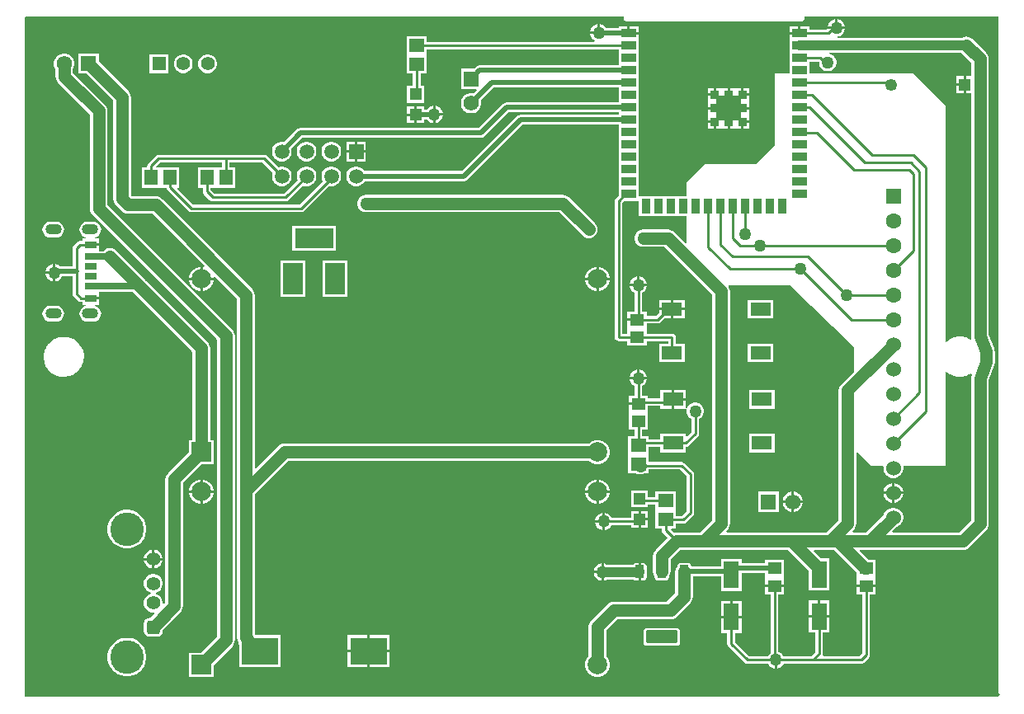
<source format=gbr>
G04*
G04 #@! TF.GenerationSoftware,Altium Limited,Altium Designer,24.1.2 (44)*
G04*
G04 Layer_Physical_Order=2*
G04 Layer_Color=16711680*
%FSLAX44Y44*%
%MOMM*%
G71*
G04*
G04 #@! TF.SameCoordinates,98FF00E1-DB16-4AB4-99D8-1D2B7C447DA4*
G04*
G04*
G04 #@! TF.FilePolarity,Positive*
G04*
G01*
G75*
%ADD12C,0.2540*%
%ADD18C,1.2500*%
%ADD19R,1.2500X1.2500*%
%ADD20C,1.4000*%
%ADD21R,1.4000X1.4000*%
G04:AMPARAMS|DCode=22|XSize=1.1mm|YSize=1.7mm|CornerRadius=0.55mm|HoleSize=0mm|Usage=FLASHONLY|Rotation=90.000|XOffset=0mm|YOffset=0mm|HoleType=Round|Shape=RoundedRectangle|*
%AMROUNDEDRECTD22*
21,1,1.1000,0.6000,0,0,90.0*
21,1,0.0000,1.7000,0,0,90.0*
1,1,1.1000,0.3000,0.0000*
1,1,1.1000,0.3000,0.0000*
1,1,1.1000,-0.3000,0.0000*
1,1,1.1000,-0.3000,0.0000*
%
%ADD22ROUNDEDRECTD22*%
%ADD33C,1.2700*%
%ADD36R,2.5400X2.5400*%
%ADD37C,1.5080*%
%ADD38R,1.5080X1.5080*%
%ADD39C,1.5750*%
%ADD40R,1.5750X1.5750*%
%ADD41C,1.5240*%
%ADD42R,1.6050X1.6050*%
%ADD43C,1.6050*%
%ADD44C,2.0000*%
%ADD45R,2.0000X2.0000*%
%ADD46C,1.4200*%
G04:AMPARAMS|DCode=47|XSize=1.42mm|YSize=1.42mm|CornerRadius=0.355mm|HoleSize=0mm|Usage=FLASHONLY|Rotation=90.000|XOffset=0mm|YOffset=0mm|HoleType=Round|Shape=RoundedRectangle|*
%AMROUNDEDRECTD47*
21,1,1.4200,0.7100,0,0,90.0*
21,1,0.7100,1.4200,0,0,90.0*
1,1,0.7100,0.3550,0.3550*
1,1,0.7100,0.3550,-0.3550*
1,1,0.7100,-0.3550,-0.3550*
1,1,0.7100,-0.3550,0.3550*
%
%ADD47ROUNDEDRECTD47*%
%ADD48C,3.4500*%
%ADD49R,2.0000X3.2380*%
%ADD50R,4.0000X2.0000*%
%ADD51R,3.7460X2.7968*%
%ADD52R,3.7338X2.7965*%
%ADD53R,1.5750X1.5750*%
%ADD54C,1.2700*%
%ADD55R,0.9000X0.9000*%
%ADD56R,0.9000X1.5000*%
%ADD57R,1.5000X0.9000*%
G04:AMPARAMS|DCode=58|XSize=1.31mm|YSize=3.24mm|CornerRadius=0.0983mm|HoleSize=0mm|Usage=FLASHONLY|Rotation=270.000|XOffset=0mm|YOffset=0mm|HoleType=Round|Shape=RoundedRectangle|*
%AMROUNDEDRECTD58*
21,1,1.3100,3.0435,0,0,270.0*
21,1,1.1135,3.2400,0,0,270.0*
1,1,0.1965,-1.5218,-0.5568*
1,1,0.1965,-1.5218,0.5568*
1,1,0.1965,1.5218,0.5568*
1,1,0.1965,1.5218,-0.5568*
%
%ADD58ROUNDEDRECTD58*%
G04:AMPARAMS|DCode=59|XSize=1.31mm|YSize=0.93mm|CornerRadius=0.0698mm|HoleSize=0mm|Usage=FLASHONLY|Rotation=270.000|XOffset=0mm|YOffset=0mm|HoleType=Round|Shape=RoundedRectangle|*
%AMROUNDEDRECTD59*
21,1,1.3100,0.7905,0,0,270.0*
21,1,1.1705,0.9300,0,0,270.0*
1,1,0.1395,-0.3953,-0.5853*
1,1,0.1395,-0.3953,0.5853*
1,1,0.1395,0.3953,0.5853*
1,1,0.1395,0.3953,-0.5853*
%
%ADD59ROUNDEDRECTD59*%
%ADD60R,1.5562X1.3549*%
%ADD61R,1.2000X0.7000*%
%ADD62R,1.2000X0.7600*%
%ADD63R,1.2000X0.8000*%
%ADD64R,2.1000X1.4000*%
%ADD65R,1.2000X1.2000*%
%ADD66R,1.4700X1.1900*%
%ADD67R,1.6000X2.8000*%
%ADD68R,1.3549X1.5562*%
%ADD69C,0.6350*%
%ADD70C,1.0160*%
%ADD71C,0.5080*%
G36*
X499110Y-345440D02*
X500380Y-346710D01*
X497840Y-349250D01*
X-500380D01*
Y347980D01*
X-499110Y349250D01*
X114630D01*
Y347370D01*
X114827Y346379D01*
X115389Y345539D01*
X116229Y344977D01*
X117220Y344780D01*
X297220D01*
X298211Y344977D01*
X299051Y345539D01*
X299613Y346379D01*
X299810Y347370D01*
Y349250D01*
X499110D01*
Y-345440D01*
D02*
G37*
%LPC*%
G36*
X334010Y346683D02*
Y339090D01*
X341603D01*
X341024Y341251D01*
X339854Y343279D01*
X338199Y344934D01*
X336171Y346104D01*
X334010Y346683D01*
D02*
G37*
G36*
X331470D02*
X329309Y346104D01*
X327281Y344934D01*
X325626Y343279D01*
X324456Y341251D01*
X323877Y339090D01*
X331470D01*
Y346683D01*
D02*
G37*
G36*
X87630Y341603D02*
X85469Y341024D01*
X83441Y339854D01*
X81786Y338199D01*
X80616Y336171D01*
X80037Y334010D01*
X87630D01*
Y341603D01*
D02*
G37*
G36*
X129760Y339510D02*
X120990D01*
Y333740D01*
X129760D01*
Y339510D01*
D02*
G37*
G36*
X293450D02*
X284680D01*
Y333740D01*
X293450D01*
Y339510D01*
D02*
G37*
G36*
X90170Y341603D02*
Y332740D01*
X88900D01*
Y331470D01*
X80037D01*
X80616Y329309D01*
X81786Y327281D01*
X83441Y325626D01*
X84657Y324925D01*
X84316Y323655D01*
X-87469D01*
Y328951D01*
X-108111D01*
Y310708D01*
X-108111Y309438D01*
X-108111Y309052D01*
Y290809D01*
X-101675D01*
Y278120D01*
X-107600D01*
Y261040D01*
X-90520D01*
Y278120D01*
X-93905D01*
Y290809D01*
X-87469D01*
Y309052D01*
X-87469Y310322D01*
X-87469Y310708D01*
Y315885D01*
X109680D01*
Y312730D01*
Y299550D01*
X-33260D01*
X-35242Y299155D01*
X-36923Y298032D01*
X-38990Y295965D01*
X-52495D01*
Y275135D01*
X-36479D01*
X-35993Y273962D01*
X-39353Y270602D01*
X-40709Y270965D01*
X-43451D01*
X-46100Y270255D01*
X-48475Y268884D01*
X-50414Y266945D01*
X-51785Y264570D01*
X-52495Y261921D01*
Y259179D01*
X-51785Y256530D01*
X-50414Y254155D01*
X-48475Y252216D01*
X-46100Y250845D01*
X-43451Y250135D01*
X-40709D01*
X-38060Y250845D01*
X-35685Y252216D01*
X-33746Y254155D01*
X-32375Y256530D01*
X-31665Y259179D01*
Y261921D01*
X-32028Y263277D01*
X-18815Y276490D01*
X109680D01*
Y261450D01*
X-5620D01*
X-7602Y261055D01*
X-9283Y259932D01*
X-34165Y235049D01*
X-217390D01*
X-217390Y235049D01*
X-219372Y234655D01*
X-221052Y233533D01*
X-233767Y220818D01*
X-234893Y221120D01*
X-237547D01*
X-240111Y220433D01*
X-242409Y219106D01*
X-244286Y217229D01*
X-245613Y214931D01*
X-246300Y212367D01*
Y209713D01*
X-245613Y207149D01*
X-244286Y204851D01*
X-242409Y202974D01*
X-240111Y201647D01*
X-237547Y200960D01*
X-234893D01*
X-232329Y201647D01*
X-230031Y202974D01*
X-228154Y204851D01*
X-226827Y207149D01*
X-226140Y209713D01*
Y212367D01*
X-226442Y213493D01*
X-215245Y224690D01*
X-32020D01*
X-30038Y225085D01*
X-28358Y226208D01*
X-3475Y251091D01*
X109680D01*
Y248750D01*
X8620D01*
X8620Y248750D01*
X6638Y248355D01*
X4958Y247232D01*
X-51455Y190819D01*
X-151371D01*
X-151954Y191829D01*
X-153831Y193706D01*
X-156129Y195033D01*
X-158693Y195720D01*
X-161347D01*
X-163911Y195033D01*
X-166209Y193706D01*
X-168086Y191829D01*
X-169413Y189531D01*
X-170100Y186967D01*
Y184313D01*
X-169413Y181749D01*
X-168086Y179451D01*
X-166209Y177574D01*
X-163911Y176247D01*
X-161347Y175560D01*
X-158693D01*
X-156129Y176247D01*
X-153831Y177574D01*
X-151954Y179451D01*
X-151371Y180460D01*
X-49310D01*
X-47328Y180855D01*
X-45648Y181978D01*
X10765Y238391D01*
X109680D01*
Y223830D01*
Y211130D01*
Y198430D01*
Y185730D01*
Y173030D01*
Y165824D01*
X106473Y162617D01*
X105631Y161357D01*
X105335Y159870D01*
Y20110D01*
X105631Y18623D01*
X106473Y17363D01*
X107733Y16521D01*
X109220Y16225D01*
X118380D01*
Y11620D01*
X138160D01*
Y16225D01*
X160165D01*
Y13710D01*
X151010D01*
Y-5370D01*
X177090D01*
Y13710D01*
X167935D01*
Y20110D01*
X167639Y21597D01*
X166797Y22857D01*
X165537Y23699D01*
X164050Y23995D01*
X138160D01*
Y28550D01*
X138160Y28600D01*
Y29820D01*
X138160Y29870D01*
Y34425D01*
X149690D01*
X151177Y34721D01*
X152437Y35563D01*
X156504Y39630D01*
X162780D01*
Y47900D01*
X151010D01*
Y45124D01*
X148081Y42195D01*
X138160D01*
Y46800D01*
X133425D01*
Y65637D01*
X134999Y66546D01*
X136654Y68201D01*
X137824Y70229D01*
X138403Y72390D01*
X120677D01*
X121256Y70229D01*
X122426Y68201D01*
X124081Y66546D01*
X125655Y65637D01*
Y46800D01*
X118380D01*
Y39580D01*
X128270D01*
Y37040D01*
X118380D01*
Y29870D01*
X118380Y29820D01*
Y28600D01*
X118380Y28550D01*
Y23995D01*
X113105D01*
Y158261D01*
X115174Y160330D01*
X129060D01*
X129760Y160330D01*
X130330Y159296D01*
Y144830D01*
X179070D01*
Y117210D01*
X177897Y116724D01*
X166360Y128260D01*
X164503Y129685D01*
X162341Y130581D01*
X160020Y130887D01*
X134620D01*
X134037Y130810D01*
X133450D01*
X132882Y130658D01*
X132299Y130581D01*
X131756Y130356D01*
X131189Y130204D01*
X130680Y129910D01*
X130137Y129685D01*
X129670Y129328D01*
X129161Y129034D01*
X128746Y128618D01*
X128280Y128260D01*
X127922Y127794D01*
X127506Y127379D01*
X127212Y126869D01*
X126855Y126403D01*
X126630Y125861D01*
X126336Y125351D01*
X126184Y124784D01*
X125959Y124241D01*
X125882Y123658D01*
X125730Y123090D01*
Y122503D01*
X125653Y121920D01*
X125730Y121337D01*
Y120750D01*
X125882Y120182D01*
X125959Y119599D01*
X126184Y119056D01*
X126336Y118489D01*
X126630Y117979D01*
X126855Y117437D01*
X127212Y116971D01*
X127506Y116461D01*
X127922Y116046D01*
X128280Y115580D01*
X128746Y115222D01*
X129161Y114806D01*
X129670Y114512D01*
X130137Y114155D01*
X130680Y113930D01*
X131189Y113636D01*
X131756Y113484D01*
X132299Y113259D01*
X132882Y113182D01*
X133450Y113030D01*
X134037D01*
X134620Y112953D01*
X156306D01*
X205663Y63596D01*
Y-167736D01*
X193136Y-180263D01*
X168910D01*
X166589Y-180569D01*
X165991Y-180817D01*
X162898Y-177724D01*
X163384Y-176551D01*
X167801D01*
Y-171121D01*
X175664D01*
X177150Y-170825D01*
X178410Y-169983D01*
X185627Y-162767D01*
X186469Y-161507D01*
X186765Y-160020D01*
Y-120650D01*
X186469Y-119163D01*
X185627Y-117903D01*
X176737Y-109013D01*
X175477Y-108171D01*
X173990Y-107875D01*
X139861D01*
Y-101158D01*
X139861Y-99888D01*
X139861Y-99502D01*
Y-92425D01*
X152280D01*
Y-98080D01*
X178360D01*
Y-92385D01*
X179647Y-92129D01*
X180907Y-91287D01*
X190707Y-81487D01*
X191549Y-80227D01*
X191845Y-78740D01*
Y-63903D01*
X193419Y-62994D01*
X195074Y-61339D01*
X196244Y-59311D01*
X196850Y-57050D01*
Y-54710D01*
X196244Y-52449D01*
X195074Y-50421D01*
X193419Y-48766D01*
X191391Y-47596D01*
X189130Y-46990D01*
X186790D01*
X184529Y-47596D01*
X182501Y-48766D01*
X180846Y-50421D01*
X179676Y-52449D01*
X179630Y-52620D01*
X178360Y-52452D01*
X178360Y-51910D01*
X178360Y-51910D01*
X178360Y-51880D01*
Y-44810D01*
X166590D01*
Y-53080D01*
X177313D01*
X178192Y-53080D01*
X179174Y-53841D01*
Y-53841D01*
X179174Y-53841D01*
X179070Y-54710D01*
X179070Y-55018D01*
Y-57050D01*
X179676Y-59311D01*
X180846Y-61339D01*
X182501Y-62994D01*
X184075Y-63903D01*
Y-77131D01*
X179533Y-81673D01*
X178360Y-81187D01*
Y-79000D01*
X152280D01*
Y-84655D01*
X139861D01*
Y-81259D01*
X133425D01*
Y-74740D01*
X139430D01*
Y-57810D01*
X139430Y-57760D01*
Y-56540D01*
X139430Y-56490D01*
Y-50455D01*
X152280D01*
Y-53080D01*
X164050D01*
Y-43540D01*
Y-34000D01*
X152280D01*
Y-42685D01*
X139430D01*
Y-39560D01*
X133425D01*
Y-29822D01*
X134999Y-28914D01*
X136654Y-27259D01*
X137824Y-25231D01*
X138403Y-23070D01*
X120677D01*
X121256Y-25231D01*
X122426Y-27259D01*
X124081Y-28914D01*
X125655Y-29822D01*
Y-39560D01*
X119650D01*
Y-46780D01*
X129540D01*
Y-49320D01*
X119650D01*
Y-56490D01*
X119650Y-56540D01*
Y-57760D01*
X119650Y-57810D01*
Y-74740D01*
X125655D01*
Y-81259D01*
X119219D01*
Y-99502D01*
X119219Y-100772D01*
X119219Y-101158D01*
Y-119401D01*
X126568D01*
X126730Y-119525D01*
X128893Y-120421D01*
X131214Y-120727D01*
X133534Y-120421D01*
X135697Y-119525D01*
X135859Y-119401D01*
X139861D01*
Y-115645D01*
X172381D01*
X178995Y-122259D01*
Y-158411D01*
X174054Y-163352D01*
X167801D01*
Y-158308D01*
X167801Y-157038D01*
X167801Y-156652D01*
Y-138409D01*
X147159D01*
Y-143839D01*
X139350D01*
Y-137170D01*
X122270D01*
Y-154250D01*
X139350D01*
Y-151608D01*
X147159D01*
Y-156652D01*
X147159Y-157922D01*
X147159Y-158308D01*
Y-176551D01*
X153595D01*
Y-177800D01*
X153891Y-179287D01*
X154733Y-180547D01*
X159823Y-185636D01*
X147330Y-198130D01*
X145905Y-199987D01*
X145009Y-202149D01*
X144703Y-204470D01*
Y-220550D01*
X145009Y-222871D01*
X145905Y-225033D01*
X146417Y-225701D01*
Y-226402D01*
X146668Y-227666D01*
X147383Y-228737D01*
X148454Y-229452D01*
X149718Y-229703D01*
X157622D01*
X158886Y-229452D01*
X159957Y-228737D01*
X160672Y-227666D01*
X160923Y-226402D01*
Y-225701D01*
X161435Y-225033D01*
X162331Y-222871D01*
X162637Y-220550D01*
Y-208184D01*
X172624Y-198197D01*
X282956D01*
X304420Y-219661D01*
Y-240060D01*
X325500D01*
Y-206980D01*
X317101D01*
X309491Y-199370D01*
X309977Y-198197D01*
X330166D01*
X353330Y-221361D01*
Y-225610D01*
X353330Y-225660D01*
Y-226880D01*
X353330Y-226930D01*
Y-234100D01*
X363220D01*
X373110D01*
Y-226930D01*
X373110Y-226880D01*
Y-225660D01*
X373110Y-225610D01*
Y-208680D01*
X366011D01*
X356701Y-199370D01*
X357187Y-198197D01*
X462280D01*
X464601Y-197891D01*
X466763Y-196995D01*
X468620Y-195570D01*
X486400Y-177791D01*
X486400Y-177790D01*
X487825Y-175933D01*
X488721Y-173771D01*
X489027Y-171450D01*
X489027Y-23860D01*
X494739Y-8445D01*
X494833Y-8037D01*
X494993Y-7650D01*
X495092Y-6900D01*
X495260Y-6163D01*
X495244Y-5745D01*
X495298Y-5329D01*
Y5581D01*
X495223Y6156D01*
X495224Y6736D01*
X495070Y7311D01*
X494993Y7902D01*
X494771Y8438D01*
X494622Y8998D01*
X489027Y22572D01*
X489027Y26057D01*
Y306070D01*
X488721Y308391D01*
X487825Y310553D01*
X486400Y312410D01*
X472430Y326380D01*
X470573Y327805D01*
X468411Y328701D01*
X466090Y329007D01*
X463769Y328701D01*
X461607Y327805D01*
X461503Y327726D01*
X334323D01*
X334156Y328996D01*
X336171Y329536D01*
X338199Y330706D01*
X339854Y332361D01*
X341024Y334389D01*
X341603Y336550D01*
X323227D01*
X323032Y336355D01*
X304760D01*
Y339510D01*
X295990D01*
Y332470D01*
X294720D01*
Y331200D01*
X284680D01*
Y325430D01*
Y312730D01*
Y300030D01*
Y290830D01*
X269240D01*
Y217170D01*
X250190Y198120D01*
X198120D01*
X179070Y179070D01*
Y164910D01*
X131030D01*
X130330Y164910D01*
X129760Y165944D01*
Y173030D01*
Y185730D01*
Y198430D01*
Y211130D01*
Y223830D01*
Y236530D01*
Y249230D01*
Y261930D01*
Y274630D01*
Y287330D01*
Y300030D01*
Y312730D01*
Y325430D01*
Y331200D01*
X119720D01*
Y332470D01*
X118450D01*
Y339510D01*
X109680D01*
Y337785D01*
X96253D01*
X96014Y338199D01*
X94359Y339854D01*
X92331Y341024D01*
X90170Y341603D01*
D02*
G37*
G36*
X-311164Y310530D02*
X-313676D01*
X-316102Y309880D01*
X-318278Y308624D01*
X-320054Y306848D01*
X-321310Y304672D01*
X-321960Y302246D01*
Y299734D01*
X-321310Y297308D01*
X-320054Y295132D01*
X-318278Y293356D01*
X-316102Y292100D01*
X-313676Y291450D01*
X-311164D01*
X-308738Y292100D01*
X-306562Y293356D01*
X-304786Y295132D01*
X-303530Y297308D01*
X-302880Y299734D01*
Y302246D01*
X-303530Y304672D01*
X-304786Y306848D01*
X-306562Y308624D01*
X-308738Y309880D01*
X-311164Y310530D01*
D02*
G37*
G36*
X-336164D02*
X-338676D01*
X-341102Y309880D01*
X-343278Y308624D01*
X-345054Y306848D01*
X-346310Y304672D01*
X-346960Y302246D01*
Y299734D01*
X-346310Y297308D01*
X-345054Y295132D01*
X-343278Y293356D01*
X-341102Y292100D01*
X-338676Y291450D01*
X-336164D01*
X-333738Y292100D01*
X-331562Y293356D01*
X-329786Y295132D01*
X-328530Y297308D01*
X-327880Y299734D01*
Y302246D01*
X-328530Y304672D01*
X-329786Y306848D01*
X-331562Y308624D01*
X-333738Y309880D01*
X-336164Y310530D01*
D02*
G37*
G36*
X-352880D02*
X-371960D01*
Y291450D01*
X-352880D01*
Y310530D01*
D02*
G37*
G36*
X243260Y276310D02*
X237490D01*
Y270540D01*
X243260D01*
Y276310D01*
D02*
G37*
G36*
X206950D02*
X201180D01*
Y270540D01*
X206950D01*
Y276310D01*
D02*
G37*
G36*
X234950D02*
X223490D01*
Y269270D01*
X220950D01*
Y276310D01*
X209490D01*
Y269270D01*
X208220D01*
Y268000D01*
X201180D01*
Y262230D01*
Y256540D01*
X208220D01*
Y254000D01*
X201180D01*
Y248230D01*
Y242540D01*
X208220D01*
Y241270D01*
X209490D01*
Y234230D01*
X220950D01*
Y241270D01*
X223490D01*
Y234230D01*
X234950D01*
Y241270D01*
X236220D01*
Y242540D01*
X243260D01*
Y248230D01*
Y254000D01*
X236220D01*
Y256540D01*
X243260D01*
Y262230D01*
Y268000D01*
X236220D01*
Y269270D01*
X234950D01*
Y276310D01*
D02*
G37*
G36*
X-81280Y257783D02*
X-83441Y257204D01*
X-85469Y256034D01*
X-87124Y254379D01*
X-87383Y253930D01*
X-90520D01*
Y257120D01*
X-97790D01*
Y248580D01*
Y240040D01*
X-90520D01*
Y243570D01*
X-87187D01*
X-87124Y243461D01*
X-85469Y241806D01*
X-83441Y240636D01*
X-81280Y240057D01*
Y248920D01*
Y257783D01*
D02*
G37*
G36*
X-78740D02*
Y250190D01*
X-71147D01*
X-71726Y252351D01*
X-72896Y254379D01*
X-74551Y256034D01*
X-76579Y257204D01*
X-78740Y257783D01*
D02*
G37*
G36*
X-100330Y257120D02*
X-107600D01*
Y249850D01*
X-100330D01*
Y257120D01*
D02*
G37*
G36*
X-71147Y247650D02*
X-78740D01*
Y240057D01*
X-76579Y240636D01*
X-74551Y241806D01*
X-72896Y243461D01*
X-71726Y245489D01*
X-71147Y247650D01*
D02*
G37*
G36*
X-100330Y247310D02*
X-107600D01*
Y240040D01*
X-100330D01*
Y247310D01*
D02*
G37*
G36*
X243260Y240000D02*
X237490D01*
Y234230D01*
X243260D01*
Y240000D01*
D02*
G37*
G36*
X206950D02*
X201180D01*
Y234230D01*
X206950D01*
Y240000D01*
D02*
G37*
G36*
X-149940Y221120D02*
X-158750D01*
Y212310D01*
X-149940D01*
Y221120D01*
D02*
G37*
G36*
X-161290D02*
X-170100D01*
Y212310D01*
X-161290D01*
Y221120D01*
D02*
G37*
G36*
X-149940Y209770D02*
X-158750D01*
Y200960D01*
X-149940D01*
Y209770D01*
D02*
G37*
G36*
X-161290D02*
X-170100D01*
Y200960D01*
X-161290D01*
Y209770D01*
D02*
G37*
G36*
X-184093Y221120D02*
X-186747D01*
X-189311Y220433D01*
X-191609Y219106D01*
X-193486Y217229D01*
X-194813Y214931D01*
X-195500Y212367D01*
Y209713D01*
X-194813Y207149D01*
X-193486Y204851D01*
X-191609Y202974D01*
X-189311Y201647D01*
X-186747Y200960D01*
X-184093D01*
X-181529Y201647D01*
X-179231Y202974D01*
X-177354Y204851D01*
X-176027Y207149D01*
X-175340Y209713D01*
Y212367D01*
X-176027Y214931D01*
X-177354Y217229D01*
X-179231Y219106D01*
X-181529Y220433D01*
X-184093Y221120D01*
D02*
G37*
G36*
X-209493D02*
X-212147D01*
X-214711Y220433D01*
X-217009Y219106D01*
X-218886Y217229D01*
X-220213Y214931D01*
X-220900Y212367D01*
Y209713D01*
X-220213Y207149D01*
X-218886Y204851D01*
X-217009Y202974D01*
X-214711Y201647D01*
X-212147Y200960D01*
X-209493D01*
X-206929Y201647D01*
X-204631Y202974D01*
X-202754Y204851D01*
X-201427Y207149D01*
X-200740Y209713D01*
Y212367D01*
X-201427Y214931D01*
X-202754Y217229D01*
X-204631Y219106D01*
X-206929Y220433D01*
X-209493Y221120D01*
D02*
G37*
G36*
X-254184Y207488D02*
X-362817D01*
X-364303Y207192D01*
X-365563Y206350D01*
X-373183Y198730D01*
X-374025Y197470D01*
X-374321Y195984D01*
Y194471D01*
X-379751D01*
Y173829D01*
X-361508D01*
X-360238Y173829D01*
X-359852Y173829D01*
X-354418D01*
X-354166Y172560D01*
X-353324Y171300D01*
X-331677Y149653D01*
X-330417Y148811D01*
X-328930Y148515D01*
X-216336D01*
X-214849Y148811D01*
X-213589Y149653D01*
X-187484Y175758D01*
X-186747Y175560D01*
X-184093D01*
X-181529Y176247D01*
X-179231Y177574D01*
X-177354Y179451D01*
X-176027Y181749D01*
X-175340Y184313D01*
Y186967D01*
X-176027Y189531D01*
X-177354Y191829D01*
X-179231Y193706D01*
X-181529Y195033D01*
X-184093Y195720D01*
X-186747D01*
X-189311Y195033D01*
X-191609Y193706D01*
X-193486Y191829D01*
X-194813Y189531D01*
X-195500Y186967D01*
Y184313D01*
X-194813Y181749D01*
X-193959Y180270D01*
X-217945Y156285D01*
X-327321D01*
X-343692Y172656D01*
X-343206Y173829D01*
X-341609D01*
Y194471D01*
X-359852D01*
X-361122Y194471D01*
X-361508Y194471D01*
X-364796D01*
X-365282Y195644D01*
X-361207Y199719D01*
X-297658D01*
Y194471D01*
X-302702D01*
X-303972Y194471D01*
X-304358Y194471D01*
X-322601D01*
Y173829D01*
X-317171D01*
Y169776D01*
X-316875Y168290D01*
X-316033Y167030D01*
X-310087Y161083D01*
X-308827Y160241D01*
X-307340Y159945D01*
X-232410D01*
X-230923Y160241D01*
X-229663Y161083D01*
X-214544Y176202D01*
X-212147Y175560D01*
X-209493D01*
X-206929Y176247D01*
X-204631Y177574D01*
X-202754Y179451D01*
X-201427Y181749D01*
X-200740Y184313D01*
Y186967D01*
X-201427Y189531D01*
X-202754Y191829D01*
X-204631Y193706D01*
X-206929Y195033D01*
X-209493Y195720D01*
X-212147D01*
X-214711Y195033D01*
X-217009Y193706D01*
X-218886Y191829D01*
X-220213Y189531D01*
X-220900Y186967D01*
Y184313D01*
X-220213Y181749D01*
X-220129Y181604D01*
X-234019Y167715D01*
X-305731D01*
X-309402Y171386D01*
Y173829D01*
X-304358D01*
X-303088Y173829D01*
X-302702Y173829D01*
X-284459D01*
Y194471D01*
X-289889D01*
Y199719D01*
X-255793D01*
X-245610Y189536D01*
X-245613Y189531D01*
X-246300Y186967D01*
Y184313D01*
X-245613Y181749D01*
X-244286Y179451D01*
X-242409Y177574D01*
X-240111Y176247D01*
X-237547Y175560D01*
X-234893D01*
X-232329Y176247D01*
X-230031Y177574D01*
X-228154Y179451D01*
X-226827Y181749D01*
X-226140Y184313D01*
Y186967D01*
X-226827Y189531D01*
X-228154Y191829D01*
X-230031Y193706D01*
X-232329Y195033D01*
X-234893Y195720D01*
X-237547D01*
X-240111Y195033D01*
X-240116Y195030D01*
X-251437Y206350D01*
X-252697Y207192D01*
X-254184Y207488D01*
D02*
G37*
G36*
X-467780Y138939D02*
X-473780D01*
X-475879Y138663D01*
X-477835Y137853D01*
X-479514Y136564D01*
X-480803Y134885D01*
X-481613Y132929D01*
X-481889Y130830D01*
X-481613Y128731D01*
X-480803Y126775D01*
X-479514Y125096D01*
X-477835Y123807D01*
X-475879Y122997D01*
X-473780Y122721D01*
X-467780D01*
X-465681Y122997D01*
X-463725Y123807D01*
X-462046Y125096D01*
X-460757Y126775D01*
X-459947Y128731D01*
X-459671Y130830D01*
X-459947Y132929D01*
X-460757Y134885D01*
X-462046Y136564D01*
X-463725Y137853D01*
X-465681Y138663D01*
X-467780Y138939D01*
D02*
G37*
G36*
X52070Y166447D02*
X-149860D01*
X-150443Y166370D01*
X-151030D01*
X-151598Y166218D01*
X-152181Y166141D01*
X-152724Y165916D01*
X-153291Y165764D01*
X-153800Y165470D01*
X-154343Y165245D01*
X-154810Y164888D01*
X-155319Y164594D01*
X-155734Y164178D01*
X-156200Y163820D01*
X-156558Y163354D01*
X-156974Y162939D01*
X-157268Y162430D01*
X-157625Y161963D01*
X-157850Y161420D01*
X-158144Y160911D01*
X-158296Y160344D01*
X-158521Y159801D01*
X-158598Y159218D01*
X-158750Y158650D01*
Y158063D01*
X-158827Y157480D01*
X-158750Y156897D01*
Y156310D01*
X-158598Y155742D01*
X-158521Y155159D01*
X-158296Y154616D01*
X-158144Y154049D01*
X-157850Y153539D01*
X-157625Y152997D01*
X-157268Y152530D01*
X-156974Y152021D01*
X-156558Y151606D01*
X-156200Y151140D01*
X-155734Y150782D01*
X-155319Y150366D01*
X-154810Y150072D01*
X-154343Y149715D01*
X-153800Y149490D01*
X-153291Y149196D01*
X-152724Y149044D01*
X-152181Y148819D01*
X-151598Y148742D01*
X-151030Y148590D01*
X-150443D01*
X-149860Y148513D01*
X48356D01*
X72400Y124470D01*
X72866Y124112D01*
X73281Y123696D01*
X73790Y123402D01*
X74257Y123045D01*
X74799Y122820D01*
X75309Y122526D01*
X75876Y122374D01*
X76419Y122149D01*
X77002Y122072D01*
X77570Y121920D01*
X78157D01*
X78740Y121843D01*
X79323Y121920D01*
X79910D01*
X80478Y122072D01*
X81061Y122149D01*
X81604Y122374D01*
X82171Y122526D01*
X82681Y122820D01*
X83223Y123045D01*
X83689Y123402D01*
X84199Y123696D01*
X84614Y124112D01*
X85080Y124470D01*
X85438Y124936D01*
X85854Y125351D01*
X86148Y125861D01*
X86505Y126327D01*
X86730Y126869D01*
X87024Y127379D01*
X87176Y127946D01*
X87401Y128489D01*
X87478Y129072D01*
X87630Y129640D01*
Y130227D01*
X87707Y130810D01*
X87630Y131393D01*
Y131980D01*
X87478Y132548D01*
X87401Y133131D01*
X87176Y133674D01*
X87024Y134241D01*
X86730Y134750D01*
X86505Y135293D01*
X86148Y135759D01*
X85854Y136269D01*
X85438Y136684D01*
X85080Y137150D01*
X58410Y163820D01*
X56553Y165245D01*
X54391Y166141D01*
X52070Y166447D01*
D02*
G37*
G36*
X-180660Y134460D02*
X-225740D01*
Y109380D01*
X-180660D01*
Y134460D01*
D02*
G37*
G36*
X-429780Y138939D02*
X-435780D01*
X-437879Y138663D01*
X-439835Y137853D01*
X-441514Y136564D01*
X-442803Y134885D01*
X-443613Y132929D01*
X-443889Y130830D01*
X-443613Y128731D01*
X-442803Y126775D01*
X-441514Y125096D01*
X-439835Y123807D01*
X-437879Y122997D01*
X-437446Y122940D01*
X-437529Y121670D01*
X-440520D01*
Y119015D01*
X-443670D01*
X-445157Y118719D01*
X-446417Y117877D01*
X-449787Y114507D01*
X-450629Y113247D01*
X-450925Y111760D01*
Y92809D01*
X-463777D01*
X-464441Y93474D01*
X-466469Y94644D01*
X-468630Y95223D01*
Y86360D01*
Y77497D01*
X-466469Y78076D01*
X-464441Y79246D01*
X-462786Y80901D01*
X-461892Y82451D01*
X-450925D01*
Y64770D01*
X-450629Y63283D01*
X-449787Y62023D01*
X-445147Y57383D01*
X-443887Y56541D01*
X-442400Y56245D01*
X-440520D01*
Y53590D01*
X-437529D01*
X-437446Y52320D01*
X-437879Y52263D01*
X-439835Y51453D01*
X-441514Y50164D01*
X-442803Y48485D01*
X-443613Y46529D01*
X-443889Y44430D01*
X-443613Y42331D01*
X-442803Y40375D01*
X-441514Y38696D01*
X-439835Y37407D01*
X-437879Y36597D01*
X-435780Y36321D01*
X-429780D01*
X-427681Y36597D01*
X-425725Y37407D01*
X-424046Y38696D01*
X-422757Y40375D01*
X-421947Y42331D01*
X-421671Y44430D01*
X-421947Y46529D01*
X-422757Y48485D01*
X-424046Y50164D01*
X-425725Y51453D01*
X-427681Y52263D01*
X-428114Y52320D01*
X-428031Y53590D01*
X-423440D01*
Y58860D01*
X-431980D01*
Y61400D01*
X-423440D01*
Y66603D01*
X-389164D01*
X-388651Y66090D01*
X-388650Y66090D01*
X-327737Y5176D01*
Y-85250D01*
X-331310D01*
Y-97649D01*
X-353050Y-119390D01*
X-354475Y-121247D01*
X-355371Y-123409D01*
X-355677Y-125730D01*
Y-252476D01*
X-357279Y-254078D01*
X-358450Y-253453D01*
Y-251301D01*
X-359107Y-248849D01*
X-360376Y-246651D01*
X-362171Y-244856D01*
X-364369Y-243587D01*
X-365711Y-243227D01*
Y-241913D01*
X-364369Y-241553D01*
X-362171Y-240284D01*
X-360376Y-238489D01*
X-359107Y-236291D01*
X-358450Y-233839D01*
Y-231301D01*
X-359107Y-228849D01*
X-360376Y-226651D01*
X-362171Y-224856D01*
X-364369Y-223587D01*
X-366821Y-222930D01*
X-369359D01*
X-371811Y-223587D01*
X-374009Y-224856D01*
X-375804Y-226651D01*
X-377073Y-228849D01*
X-377730Y-231301D01*
Y-233839D01*
X-377073Y-236291D01*
X-375804Y-238489D01*
X-374009Y-240284D01*
X-371811Y-241553D01*
X-370469Y-241913D01*
Y-243227D01*
X-371811Y-243587D01*
X-374009Y-244856D01*
X-375804Y-246651D01*
X-377073Y-248849D01*
X-377730Y-251301D01*
Y-253839D01*
X-377073Y-256291D01*
X-375804Y-258489D01*
X-374009Y-260284D01*
X-371811Y-261553D01*
X-369359Y-262210D01*
X-367207D01*
X-366582Y-263381D01*
X-371012Y-267811D01*
X-371640D01*
X-374016Y-268283D01*
X-376031Y-269629D01*
X-377377Y-271644D01*
X-377849Y-274020D01*
Y-281120D01*
X-377377Y-283496D01*
X-376031Y-285511D01*
X-374016Y-286857D01*
X-371640Y-287329D01*
X-364540D01*
X-362164Y-286857D01*
X-360149Y-285511D01*
X-358803Y-283496D01*
X-358331Y-281120D01*
Y-280492D01*
X-340370Y-262530D01*
X-338945Y-260673D01*
X-338049Y-258511D01*
X-337743Y-256190D01*
Y-129444D01*
X-318629Y-110330D01*
X-306230D01*
Y-85250D01*
X-309803D01*
Y8890D01*
X-310109Y11211D01*
X-311005Y13373D01*
X-312430Y15230D01*
X-375970Y78770D01*
X-375970Y78770D01*
X-406370Y109170D01*
X-408227Y110595D01*
X-410389Y111491D01*
X-412710Y111797D01*
X-415031Y111491D01*
X-417193Y110595D01*
X-419050Y109170D01*
X-419444Y108657D01*
X-423440D01*
Y113860D01*
X-431980D01*
Y116400D01*
X-423440D01*
Y121670D01*
X-428031D01*
X-428114Y122940D01*
X-427681Y122997D01*
X-425725Y123807D01*
X-424046Y125096D01*
X-422757Y126775D01*
X-421947Y128731D01*
X-421671Y130830D01*
X-421947Y132929D01*
X-422757Y134885D01*
X-424046Y136564D01*
X-425725Y137853D01*
X-427681Y138663D01*
X-429780Y138939D01*
D02*
G37*
G36*
X-424125Y311575D02*
X-444955D01*
Y290745D01*
X-436806D01*
X-409017Y262956D01*
Y162162D01*
X-408711Y159841D01*
X-407815Y157678D01*
X-406390Y155821D01*
X-400439Y149870D01*
X-398582Y148445D01*
X-396419Y147549D01*
X-394098Y147243D01*
X-369474D01*
X-315721Y93490D01*
X-316378Y92352D01*
X-317119Y92550D01*
X-317500D01*
Y81280D01*
X-306230D01*
Y81661D01*
X-306428Y82402D01*
X-305290Y83059D01*
X-282017Y59786D01*
Y-137160D01*
Y-288290D01*
X-281711Y-290611D01*
X-280815Y-292773D01*
X-280366Y-293359D01*
Y-294627D01*
X-280289Y-295210D01*
Y-318783D01*
X-237871D01*
Y-285737D01*
X-263518D01*
X-263634Y-285458D01*
X-264083Y-284872D01*
Y-140874D01*
X-229966Y-106757D01*
X78863D01*
X79930Y-107824D01*
X82790Y-109475D01*
X85979Y-110330D01*
X89281D01*
X92470Y-109475D01*
X95330Y-107824D01*
X97664Y-105490D01*
X99315Y-102630D01*
X100170Y-99441D01*
Y-96139D01*
X99315Y-92950D01*
X97664Y-90090D01*
X95330Y-87755D01*
X92470Y-86105D01*
X89281Y-85250D01*
X85979D01*
X82790Y-86105D01*
X79930Y-87755D01*
X78863Y-88823D01*
X-233680D01*
X-236001Y-89129D01*
X-238163Y-90025D01*
X-240020Y-91450D01*
X-262910Y-114339D01*
X-264083Y-113853D01*
Y63500D01*
X-264083Y63500D01*
X-264389Y65821D01*
X-265285Y67983D01*
X-266710Y69840D01*
X-266710Y69840D01*
X-359420Y162550D01*
X-361277Y163975D01*
X-363439Y164871D01*
X-365760Y165177D01*
X-390384D01*
X-391083Y165876D01*
Y266670D01*
X-391389Y268991D01*
X-392285Y271153D01*
X-393710Y273010D01*
X-424125Y303426D01*
Y311575D01*
D02*
G37*
G36*
X-471170Y95223D02*
X-473331Y94644D01*
X-475359Y93474D01*
X-477014Y91819D01*
X-478184Y89791D01*
X-478763Y87630D01*
X-471170D01*
Y95223D01*
D02*
G37*
G36*
X89281Y92550D02*
X88900D01*
Y81280D01*
X100170D01*
Y81661D01*
X99315Y84850D01*
X97664Y87710D01*
X95330Y90044D01*
X92470Y91695D01*
X89281Y92550D01*
D02*
G37*
G36*
X86360D02*
X85979D01*
X82790Y91695D01*
X79930Y90044D01*
X77596Y87710D01*
X75945Y84850D01*
X75090Y81661D01*
Y81280D01*
X86360D01*
Y92550D01*
D02*
G37*
G36*
X-320040D02*
X-320421D01*
X-323610Y91695D01*
X-326470Y90044D01*
X-328805Y87710D01*
X-330455Y84850D01*
X-331310Y81661D01*
Y81280D01*
X-320040D01*
Y92550D01*
D02*
G37*
G36*
X-471170Y85090D02*
X-478763D01*
X-478184Y82929D01*
X-477014Y80901D01*
X-475359Y79246D01*
X-473331Y78076D01*
X-471170Y77497D01*
Y85090D01*
D02*
G37*
G36*
X130810Y82523D02*
Y74930D01*
X138403D01*
X137824Y77091D01*
X136654Y79119D01*
X134999Y80774D01*
X132971Y81944D01*
X130810Y82523D01*
D02*
G37*
G36*
X128270D02*
X126109Y81944D01*
X124081Y80774D01*
X122426Y79119D01*
X121256Y77091D01*
X120677Y74930D01*
X128270D01*
Y82523D01*
D02*
G37*
G36*
X100170Y78740D02*
X88900D01*
Y67470D01*
X89281D01*
X92470Y68325D01*
X95330Y69976D01*
X97664Y72310D01*
X99315Y75170D01*
X100170Y78359D01*
Y78740D01*
D02*
G37*
G36*
X86360D02*
X75090D01*
Y78359D01*
X75945Y75170D01*
X77596Y72310D01*
X79930Y69976D01*
X82790Y68325D01*
X85979Y67470D01*
X86360D01*
Y78740D01*
D02*
G37*
G36*
X-306230D02*
X-317500D01*
Y67470D01*
X-317119D01*
X-313930Y68325D01*
X-311070Y69976D01*
X-308736Y72310D01*
X-307085Y75170D01*
X-306230Y78359D01*
Y78740D01*
D02*
G37*
G36*
X-320040D02*
X-331310D01*
Y78359D01*
X-330455Y75170D01*
X-328805Y72310D01*
X-326470Y69976D01*
X-323610Y68325D01*
X-320421Y67470D01*
X-320040D01*
Y78740D01*
D02*
G37*
G36*
X-169070Y98740D02*
X-194150D01*
Y61280D01*
X-169070D01*
Y98740D01*
D02*
G37*
G36*
X-212250D02*
X-237330D01*
Y61280D01*
X-212250D01*
Y98740D01*
D02*
G37*
G36*
X177090Y58710D02*
X165320D01*
Y50440D01*
X177090D01*
Y58710D01*
D02*
G37*
G36*
X162780D02*
X151010D01*
Y50440D01*
X162780D01*
Y58710D01*
D02*
G37*
G36*
X177090Y47900D02*
X165320D01*
Y39630D01*
X177090D01*
Y47900D01*
D02*
G37*
G36*
X-467780Y52539D02*
X-473780D01*
X-475879Y52263D01*
X-477835Y51453D01*
X-479514Y50164D01*
X-480803Y48485D01*
X-481613Y46529D01*
X-481889Y44430D01*
X-481613Y42331D01*
X-480803Y40375D01*
X-479514Y38696D01*
X-477835Y37407D01*
X-475879Y36597D01*
X-473780Y36321D01*
X-467780D01*
X-465681Y36597D01*
X-463725Y37407D01*
X-462046Y38696D01*
X-460757Y40375D01*
X-459947Y42331D01*
X-459671Y44430D01*
X-459947Y46529D01*
X-460757Y48485D01*
X-462046Y50164D01*
X-463725Y51453D01*
X-465681Y52263D01*
X-467780Y52539D01*
D02*
G37*
G36*
X-458223Y20629D02*
X-460000Y20629D01*
X-460001Y20629D01*
X-461777Y20629D01*
X-462027Y20579D01*
X-462282D01*
X-465767Y19886D01*
X-466003Y19789D01*
X-466253Y19739D01*
X-469536Y18379D01*
X-469748Y18237D01*
X-469983Y18139D01*
X-472938Y16165D01*
X-473119Y15985D01*
X-473330Y15843D01*
X-475843Y13331D01*
X-475985Y13118D01*
X-476165Y12938D01*
X-478139Y9984D01*
X-478237Y9748D01*
X-478379Y9536D01*
X-479739Y6253D01*
X-479788Y6003D01*
X-479886Y5767D01*
X-480579Y2282D01*
Y2027D01*
X-480629Y1777D01*
X-480629Y37D01*
X-480677Y-1652D01*
X-480634Y-1903D01*
X-480641Y-2158D01*
X-480064Y-5561D01*
X-479973Y-5799D01*
X-479931Y-6050D01*
X-478701Y-9275D01*
X-478565Y-9491D01*
X-478475Y-9729D01*
X-476640Y-12652D01*
X-476464Y-12838D01*
X-476329Y-13054D01*
X-473959Y-15562D01*
X-473750Y-15710D01*
X-473575Y-15895D01*
X-470761Y-17893D01*
X-470528Y-17997D01*
X-470321Y-18145D01*
X-467171Y-19556D01*
X-466922Y-19612D01*
X-466689Y-19717D01*
X-463325Y-20486D01*
X-463070Y-20493D01*
X-462821Y-20550D01*
X-461097Y-20599D01*
X-459271Y-20651D01*
X-459019Y-20608D01*
X-458764Y-20615D01*
X-455163Y-20005D01*
X-454925Y-19914D01*
X-454673Y-19871D01*
X-451260Y-18570D01*
X-451044Y-18434D01*
X-450806Y-18343D01*
X-447712Y-16401D01*
X-447527Y-16226D01*
X-447311Y-16090D01*
X-444655Y-13582D01*
X-444508Y-13374D01*
X-444322Y-13198D01*
X-442207Y-10220D01*
X-442103Y-9987D01*
X-441955Y-9779D01*
X-440462Y-6445D01*
X-440406Y-6197D01*
X-440301Y-5964D01*
X-439487Y-2403D01*
X-439480Y-2148D01*
X-439423Y-1899D01*
X-439371Y-74D01*
X-439378Y-37D01*
X-439370Y-0D01*
X-439370Y1777D01*
X-439420Y2027D01*
Y2282D01*
X-440113Y5767D01*
X-440211Y6003D01*
X-440261Y6253D01*
X-441621Y9536D01*
X-441762Y9748D01*
X-441860Y9984D01*
X-443834Y12938D01*
X-444015Y13119D01*
X-444156Y13331D01*
X-446669Y15843D01*
X-446881Y15985D01*
X-447061Y16166D01*
X-450016Y18140D01*
X-450252Y18237D01*
X-450464Y18379D01*
X-453747Y19739D01*
X-453997Y19789D01*
X-454233Y19886D01*
X-457718Y20580D01*
X-457973D01*
X-458223Y20629D01*
D02*
G37*
G36*
X130810Y-12937D02*
Y-20530D01*
X138403D01*
X137824Y-18369D01*
X136654Y-16341D01*
X134999Y-14686D01*
X132971Y-13516D01*
X130810Y-12937D01*
D02*
G37*
G36*
X128270D02*
X126109Y-13516D01*
X124081Y-14686D01*
X122426Y-16341D01*
X121256Y-18369D01*
X120677Y-20530D01*
X128270D01*
Y-12937D01*
D02*
G37*
G36*
X178360Y-34000D02*
X166590D01*
Y-42270D01*
X178360D01*
Y-34000D01*
D02*
G37*
G36*
X89281Y-125890D02*
X88900D01*
Y-137160D01*
X100170D01*
Y-136779D01*
X99315Y-133590D01*
X97664Y-130730D01*
X95330Y-128396D01*
X92470Y-126745D01*
X89281Y-125890D01*
D02*
G37*
G36*
X86360D02*
X85979D01*
X82790Y-126745D01*
X79930Y-128396D01*
X77596Y-130730D01*
X75945Y-133590D01*
X75090Y-136779D01*
Y-137160D01*
X86360D01*
Y-125890D01*
D02*
G37*
G36*
X-317119D02*
X-317500D01*
Y-137160D01*
X-306230D01*
Y-136779D01*
X-307085Y-133590D01*
X-308736Y-130730D01*
X-311070Y-128396D01*
X-313930Y-126745D01*
X-317119Y-125890D01*
D02*
G37*
G36*
X-320040D02*
X-320421D01*
X-323610Y-126745D01*
X-326470Y-128396D01*
X-328805Y-130730D01*
X-330455Y-133590D01*
X-331310Y-136779D01*
Y-137160D01*
X-320040D01*
Y-125890D01*
D02*
G37*
G36*
X100170Y-139700D02*
X88900D01*
Y-150970D01*
X89281D01*
X92470Y-150115D01*
X95330Y-148464D01*
X97664Y-146130D01*
X99315Y-143270D01*
X100170Y-140081D01*
Y-139700D01*
D02*
G37*
G36*
X86360D02*
X75090D01*
Y-140081D01*
X75945Y-143270D01*
X77596Y-146130D01*
X79930Y-148464D01*
X82790Y-150115D01*
X85979Y-150970D01*
X86360D01*
Y-139700D01*
D02*
G37*
G36*
X-306230D02*
X-317500D01*
Y-150970D01*
X-317119D01*
X-313930Y-150115D01*
X-311070Y-148464D01*
X-308736Y-146130D01*
X-307085Y-143270D01*
X-306230Y-140081D01*
Y-139700D01*
D02*
G37*
G36*
X-320040D02*
X-331310D01*
Y-140081D01*
X-330455Y-143270D01*
X-328805Y-146130D01*
X-326470Y-148464D01*
X-323610Y-150115D01*
X-320421Y-150970D01*
X-320040D01*
Y-139700D01*
D02*
G37*
G36*
X129540Y-158170D02*
X122270D01*
Y-165025D01*
X102002D01*
X101094Y-163451D01*
X99439Y-161796D01*
X97411Y-160626D01*
X95250Y-160047D01*
Y-168910D01*
Y-177773D01*
X97411Y-177194D01*
X99439Y-176024D01*
X101094Y-174369D01*
X102002Y-172795D01*
X122270D01*
Y-175250D01*
X129540D01*
Y-166710D01*
Y-158170D01*
D02*
G37*
G36*
X139350D02*
X132080D01*
Y-165440D01*
X139350D01*
Y-158170D01*
D02*
G37*
G36*
X92710Y-160047D02*
X90549Y-160626D01*
X88521Y-161796D01*
X86866Y-163451D01*
X85696Y-165479D01*
X85117Y-167640D01*
X92710D01*
Y-160047D01*
D02*
G37*
G36*
X139350Y-167980D02*
X132080D01*
Y-175250D01*
X139350D01*
Y-167980D01*
D02*
G37*
G36*
X92710Y-170180D02*
X85117D01*
X85696Y-172341D01*
X86866Y-174369D01*
X88521Y-176024D01*
X90549Y-177194D01*
X92710Y-177773D01*
Y-170180D01*
D02*
G37*
G36*
X-393241Y-157080D02*
X-397139D01*
X-400962Y-157840D01*
X-404564Y-159332D01*
X-407805Y-161498D01*
X-410562Y-164255D01*
X-412728Y-167496D01*
X-414220Y-171098D01*
X-414980Y-174921D01*
Y-178819D01*
X-414220Y-182642D01*
X-412728Y-186244D01*
X-410562Y-189485D01*
X-407805Y-192242D01*
X-404564Y-194408D01*
X-400962Y-195900D01*
X-397139Y-196660D01*
X-393241D01*
X-389417Y-195900D01*
X-385816Y-194408D01*
X-382575Y-192242D01*
X-379818Y-189485D01*
X-377652Y-186244D01*
X-376161Y-182642D01*
X-375400Y-178819D01*
Y-174921D01*
X-376161Y-171098D01*
X-377652Y-167496D01*
X-379818Y-164255D01*
X-382575Y-161498D01*
X-385816Y-159332D01*
X-389417Y-157840D01*
X-393241Y-157080D01*
D02*
G37*
G36*
X-366820Y-197930D02*
Y-206300D01*
X-358450D01*
X-359107Y-203849D01*
X-360376Y-201651D01*
X-362171Y-199856D01*
X-364369Y-198587D01*
X-366820Y-197930D01*
D02*
G37*
G36*
X-369360Y-197930D02*
X-371811Y-198587D01*
X-374009Y-199856D01*
X-375804Y-201651D01*
X-377073Y-203849D01*
X-377730Y-206300D01*
X-369360D01*
Y-197930D01*
D02*
G37*
G36*
X129500Y-211397D02*
X126818D01*
X125554Y-211648D01*
X124483Y-212363D01*
X124005Y-213079D01*
X96805D01*
X96141Y-212696D01*
X93980Y-212117D01*
Y-220980D01*
Y-229843D01*
X96141Y-229264D01*
X97550Y-228451D01*
X124292D01*
X124483Y-228737D01*
X125554Y-229452D01*
X126818Y-229703D01*
X129500D01*
Y-220550D01*
Y-211397D01*
D02*
G37*
G36*
X235330Y-207460D02*
X214250D01*
Y-215371D01*
X183823D01*
Y-214697D01*
X183572Y-213434D01*
X182857Y-212363D01*
X181786Y-211648D01*
X180522Y-211397D01*
X172617D01*
X171354Y-211648D01*
X170283Y-212363D01*
X169568Y-213434D01*
X169317Y-214697D01*
Y-215387D01*
X168765Y-216107D01*
X167869Y-218269D01*
X167563Y-220590D01*
Y-242666D01*
X158846Y-251383D01*
X104140D01*
X101819Y-251689D01*
X99657Y-252585D01*
X97800Y-254010D01*
X81290Y-270520D01*
X79865Y-272377D01*
X78969Y-274539D01*
X78663Y-276860D01*
Y-307463D01*
X77596Y-308530D01*
X75945Y-311390D01*
X75090Y-314579D01*
Y-317881D01*
X75945Y-321070D01*
X77596Y-323930D01*
X79930Y-326264D01*
X82790Y-327915D01*
X85979Y-328770D01*
X89281D01*
X92470Y-327915D01*
X95330Y-326264D01*
X97664Y-323930D01*
X99315Y-321070D01*
X100170Y-317881D01*
Y-314579D01*
X99315Y-311390D01*
X97664Y-308530D01*
X96597Y-307463D01*
Y-280574D01*
X107854Y-269317D01*
X162560D01*
X164881Y-269011D01*
X167043Y-268115D01*
X168900Y-266690D01*
X182870Y-252720D01*
X184295Y-250863D01*
X185191Y-248701D01*
X185497Y-246380D01*
Y-225730D01*
X214250D01*
Y-240540D01*
X235330D01*
Y-222349D01*
X259350D01*
Y-225610D01*
X259350Y-225660D01*
Y-226880D01*
X259350Y-226930D01*
Y-234100D01*
X269240D01*
X279130D01*
Y-226930D01*
X279130Y-226880D01*
Y-225660D01*
X279130Y-225610D01*
Y-208680D01*
X259350D01*
Y-211991D01*
X235330D01*
Y-207460D01*
D02*
G37*
G36*
X-369360Y-208840D02*
X-377730D01*
X-377073Y-211291D01*
X-375804Y-213489D01*
X-374009Y-215284D01*
X-371811Y-216553D01*
X-369360Y-217210D01*
Y-208840D01*
D02*
G37*
G36*
X-358450D02*
X-366820D01*
Y-217210D01*
X-364369Y-216553D01*
X-362171Y-215284D01*
X-360376Y-213489D01*
X-359107Y-211291D01*
X-358450Y-208840D01*
D02*
G37*
G36*
X91440Y-212117D02*
X89279Y-212696D01*
X87251Y-213866D01*
X85596Y-215521D01*
X84426Y-217549D01*
X83847Y-219710D01*
X91440D01*
Y-212117D01*
D02*
G37*
G36*
X134722Y-211397D02*
X132040D01*
Y-220550D01*
Y-229703D01*
X134722D01*
X135986Y-229452D01*
X137057Y-228737D01*
X137772Y-227666D01*
X138023Y-226402D01*
Y-222951D01*
X138194Y-222539D01*
X138456Y-220550D01*
X138194Y-218561D01*
X138023Y-218149D01*
Y-214697D01*
X137772Y-213434D01*
X137057Y-212363D01*
X135986Y-211648D01*
X134722Y-211397D01*
D02*
G37*
G36*
X91440Y-222250D02*
X83847D01*
X84426Y-224411D01*
X85596Y-226439D01*
X87251Y-228094D01*
X89279Y-229264D01*
X91440Y-229843D01*
Y-222250D01*
D02*
G37*
G36*
X325500Y-249980D02*
X316230D01*
Y-265250D01*
X325500D01*
Y-249980D01*
D02*
G37*
G36*
X313690D02*
X304420D01*
Y-265250D01*
X313690D01*
Y-249980D01*
D02*
G37*
G36*
X235330Y-250460D02*
X226060D01*
Y-265730D01*
X235330D01*
Y-250460D01*
D02*
G37*
G36*
X223520D02*
X214250D01*
Y-265730D01*
X223520D01*
Y-250460D01*
D02*
G37*
G36*
X168888Y-278291D02*
X138453D01*
X137078Y-278564D01*
X135913Y-279343D01*
X135134Y-280508D01*
X134861Y-281882D01*
Y-293018D01*
X135134Y-294392D01*
X135913Y-295557D01*
X137078Y-296336D01*
X138453Y-296609D01*
X168888D01*
X170262Y-296336D01*
X171427Y-295557D01*
X172206Y-294392D01*
X172479Y-293018D01*
Y-281882D01*
X172206Y-280508D01*
X171427Y-279343D01*
X170262Y-278564D01*
X168888Y-278291D01*
D02*
G37*
G36*
X-126050Y-285736D02*
X-146050D01*
Y-300990D01*
X-126050D01*
Y-285736D01*
D02*
G37*
G36*
X-148590D02*
X-168590D01*
Y-300990D01*
X-148590D01*
Y-285736D01*
D02*
G37*
G36*
X373110Y-236640D02*
X363220D01*
X353330D01*
Y-243860D01*
X359335D01*
Y-304461D01*
X356531Y-307265D01*
X319306D01*
X318601Y-306045D01*
X318607Y-305995D01*
X318845Y-304800D01*
Y-283060D01*
X325500D01*
Y-267790D01*
X314960D01*
X304420D01*
Y-283060D01*
X311075D01*
Y-303191D01*
X307001Y-307265D01*
X278533D01*
X277624Y-305691D01*
X275969Y-304036D01*
X273941Y-302866D01*
X273125Y-302647D01*
Y-243860D01*
X279130D01*
Y-236640D01*
X269240D01*
X259350D01*
Y-243860D01*
X265355D01*
Y-303861D01*
X265051Y-304036D01*
X263396Y-305691D01*
X262488Y-307265D01*
X242909D01*
X228675Y-293031D01*
Y-283540D01*
X235330D01*
Y-268270D01*
X224790D01*
X214250D01*
Y-283540D01*
X220905D01*
Y-294640D01*
X221201Y-296127D01*
X222043Y-297387D01*
X238553Y-313897D01*
X239813Y-314739D01*
X241300Y-315035D01*
X262488D01*
X263396Y-316609D01*
X265051Y-318264D01*
X267079Y-319434D01*
X269240Y-320013D01*
Y-311150D01*
X271780D01*
Y-320013D01*
X273941Y-319434D01*
X275969Y-318264D01*
X277624Y-316609D01*
X278533Y-315035D01*
X358140D01*
X359627Y-314739D01*
X360887Y-313897D01*
X365967Y-308817D01*
X366809Y-307557D01*
X367105Y-306070D01*
Y-243860D01*
X373110D01*
Y-236640D01*
D02*
G37*
G36*
X-126050Y-303530D02*
X-146050D01*
Y-318784D01*
X-126050D01*
Y-303530D01*
D02*
G37*
G36*
X-148590D02*
X-168590D01*
Y-318784D01*
X-148590D01*
Y-303530D01*
D02*
G37*
G36*
X-393241Y-288480D02*
X-397139D01*
X-400962Y-289240D01*
X-404564Y-290732D01*
X-407805Y-292898D01*
X-410562Y-295655D01*
X-412728Y-298896D01*
X-414220Y-302498D01*
X-414980Y-306321D01*
Y-310219D01*
X-414220Y-314042D01*
X-412728Y-317644D01*
X-410562Y-320885D01*
X-407805Y-323642D01*
X-404564Y-325808D01*
X-400962Y-327299D01*
X-397139Y-328060D01*
X-393241D01*
X-389417Y-327299D01*
X-385816Y-325808D01*
X-382575Y-323642D01*
X-379818Y-320885D01*
X-377652Y-317644D01*
X-376161Y-314042D01*
X-375400Y-310219D01*
Y-306321D01*
X-376161Y-302498D01*
X-377652Y-298896D01*
X-379818Y-295655D01*
X-382575Y-292898D01*
X-385816Y-290732D01*
X-389417Y-289240D01*
X-393241Y-288480D01*
D02*
G37*
G36*
X-458169Y311575D02*
X-460911D01*
X-463560Y310865D01*
X-465935Y309494D01*
X-467874Y307555D01*
X-469245Y305180D01*
X-469955Y302531D01*
Y299789D01*
X-469245Y297140D01*
X-468507Y295861D01*
Y288090D01*
X-468201Y285769D01*
X-467305Y283607D01*
X-465880Y281750D01*
X-433147Y249016D01*
Y152400D01*
X-432841Y150079D01*
X-431945Y147917D01*
X-430520Y146060D01*
X-302337Y17876D01*
Y-287116D01*
X-318911Y-303690D01*
X-331310D01*
Y-328770D01*
X-306230D01*
Y-316371D01*
X-287030Y-297170D01*
X-285605Y-295313D01*
X-284709Y-293151D01*
X-284403Y-290830D01*
X-284403Y-290830D01*
Y21590D01*
X-284709Y23911D01*
X-285605Y26073D01*
X-287030Y27930D01*
X-415213Y156114D01*
Y252730D01*
X-415519Y255051D01*
X-416415Y257213D01*
X-417840Y259070D01*
X-450573Y291804D01*
Y295861D01*
X-449835Y297140D01*
X-449125Y299789D01*
Y302531D01*
X-449835Y305180D01*
X-451206Y307555D01*
X-453145Y309494D01*
X-455520Y310865D01*
X-458169Y311575D01*
D02*
G37*
%LPD*%
G36*
X471093Y302356D02*
Y288190D01*
X465890D01*
Y279400D01*
Y270610D01*
X471093D01*
Y26057D01*
X471093Y20797D01*
X471169Y20222D01*
X471168Y19642D01*
X471321Y19066D01*
X471399Y18476D01*
X471427Y18408D01*
X470401Y17566D01*
X469407Y18231D01*
X469171Y18328D01*
X468959Y18470D01*
X465683Y19827D01*
X465433Y19877D01*
X465197Y19974D01*
X461720Y20666D01*
X461465D01*
X461214Y20716D01*
X457669D01*
X457419Y20666D01*
X457164D01*
X453686Y19974D01*
X453450Y19877D01*
X453200Y19827D01*
X449924Y18470D01*
X449712Y18328D01*
X449477Y18231D01*
X446529Y16261D01*
X446348Y16080D01*
X446136Y15939D01*
X445673Y15476D01*
X444500Y15962D01*
Y257810D01*
X411480Y290830D01*
X304760D01*
Y303185D01*
X314682D01*
X314960Y302907D01*
Y301090D01*
X315566Y298829D01*
X316736Y296801D01*
X318391Y295146D01*
X320419Y293976D01*
X322680Y293370D01*
X325020D01*
X327281Y293976D01*
X329309Y295146D01*
X330964Y296801D01*
X332134Y298829D01*
X332740Y301090D01*
Y303430D01*
X332134Y305691D01*
X330964Y307719D01*
X329309Y309374D01*
X327281Y310544D01*
X325266Y311084D01*
X325433Y312354D01*
X461095D01*
X471093Y302356D01*
D02*
G37*
G36*
X446136Y-15687D02*
X446348Y-15829D01*
X446529Y-16009D01*
X449477Y-17979D01*
X449712Y-18076D01*
X449924Y-18218D01*
X453200Y-19575D01*
X453450Y-19625D01*
X453686Y-19722D01*
X457164Y-20414D01*
X457419D01*
X457669Y-20464D01*
X461214D01*
X461465Y-20414D01*
X461720D01*
X465197Y-19722D01*
X465433Y-19625D01*
X465683Y-19575D01*
X468959Y-18218D01*
X469171Y-18076D01*
X469407Y-17979D01*
X471161Y-16806D01*
X472209Y-17634D01*
X471652Y-19136D01*
X471559Y-19545D01*
X471399Y-19931D01*
X471300Y-20681D01*
X471132Y-21419D01*
X471148Y-21837D01*
X471093Y-22252D01*
X471093Y-167736D01*
X458566Y-180263D01*
X390337D01*
X389851Y-179090D01*
X394114Y-174827D01*
X395082Y-174568D01*
X397398Y-173230D01*
X399290Y-171338D01*
X400628Y-169022D01*
X401320Y-166438D01*
Y-163762D01*
X400628Y-161178D01*
X399290Y-158862D01*
X397398Y-156970D01*
X395082Y-155632D01*
X392498Y-154940D01*
X389822D01*
X387238Y-155632D01*
X384922Y-156970D01*
X383030Y-158862D01*
X381692Y-161178D01*
X381433Y-162146D01*
X363316Y-180263D01*
X349736D01*
X349250Y-179090D01*
X350510Y-177830D01*
X351935Y-175973D01*
X352831Y-173810D01*
X353137Y-171489D01*
Y-98256D01*
X354310Y-97770D01*
X368300Y-111760D01*
X380279D01*
X381052Y-112768D01*
X381000Y-112962D01*
Y-115638D01*
X381692Y-118222D01*
X383030Y-120538D01*
X384922Y-122430D01*
X387238Y-123768D01*
X389822Y-124460D01*
X392498D01*
X395082Y-123768D01*
X397398Y-122430D01*
X399290Y-120538D01*
X400628Y-118222D01*
X401320Y-115638D01*
Y-112962D01*
X401268Y-112768D01*
X402041Y-111760D01*
X444500D01*
Y-15710D01*
X445673Y-15224D01*
X446136Y-15687D01*
D02*
G37*
G36*
X284480Y73660D02*
X350520Y9859D01*
Y-15259D01*
X337830Y-27950D01*
X336405Y-29807D01*
X335509Y-31969D01*
X335203Y-34290D01*
Y-167775D01*
X322715Y-180263D01*
X220157D01*
X219671Y-179090D01*
X220970Y-177791D01*
X220970Y-177790D01*
X222395Y-175933D01*
X223291Y-173771D01*
X223597Y-171450D01*
Y67310D01*
X223291Y69631D01*
X222395Y71793D01*
X221938Y72390D01*
X222564Y73660D01*
X284480Y73660D01*
D02*
G37*
%LPC*%
G36*
X463350Y288190D02*
X455830D01*
Y280670D01*
X463350D01*
Y288190D01*
D02*
G37*
G36*
Y278130D02*
X455830D01*
Y270610D01*
X463350D01*
Y278130D01*
D02*
G37*
G36*
X392498Y-129540D02*
X392430D01*
Y-138430D01*
X401320D01*
Y-138362D01*
X400628Y-135778D01*
X399290Y-133462D01*
X397398Y-131570D01*
X395082Y-130232D01*
X392498Y-129540D01*
D02*
G37*
G36*
X389890D02*
X389822D01*
X387238Y-130232D01*
X384922Y-131570D01*
X383030Y-133462D01*
X381692Y-135778D01*
X381000Y-138362D01*
Y-138430D01*
X389890D01*
Y-129540D01*
D02*
G37*
G36*
X401320Y-140970D02*
X392430D01*
Y-149860D01*
X392498D01*
X395082Y-149168D01*
X397398Y-147830D01*
X399290Y-145938D01*
X400628Y-143622D01*
X401320Y-141038D01*
Y-140970D01*
D02*
G37*
G36*
X389890D02*
X381000D01*
Y-141038D01*
X381692Y-143622D01*
X383030Y-145938D01*
X384922Y-147830D01*
X387238Y-149168D01*
X389822Y-149860D01*
X389890D01*
Y-140970D01*
D02*
G37*
G36*
X268090Y58710D02*
X242010D01*
Y39630D01*
X268090D01*
Y58710D01*
D02*
G37*
G36*
Y13710D02*
X242010D01*
Y-5370D01*
X268090D01*
Y13710D01*
D02*
G37*
G36*
X269360Y-34000D02*
X243280D01*
Y-53080D01*
X269360D01*
Y-34000D01*
D02*
G37*
G36*
Y-79000D02*
X243280D01*
Y-98080D01*
X269360D01*
Y-79000D01*
D02*
G37*
G36*
X289461Y-138345D02*
X289360D01*
Y-147490D01*
X298505D01*
Y-147389D01*
X297795Y-144740D01*
X296424Y-142365D01*
X294485Y-140426D01*
X292110Y-139055D01*
X289461Y-138345D01*
D02*
G37*
G36*
X286820D02*
X286719D01*
X284070Y-139055D01*
X281695Y-140426D01*
X279756Y-142365D01*
X278385Y-144740D01*
X277675Y-147389D01*
Y-147490D01*
X286820D01*
Y-138345D01*
D02*
G37*
G36*
X298505Y-150030D02*
X289360D01*
Y-159175D01*
X289461D01*
X292110Y-158465D01*
X294485Y-157094D01*
X296424Y-155155D01*
X297795Y-152780D01*
X298505Y-150131D01*
Y-150030D01*
D02*
G37*
G36*
X286820D02*
X277675D01*
Y-150131D01*
X278385Y-152780D01*
X279756Y-155155D01*
X281695Y-157094D01*
X284070Y-158465D01*
X286719Y-159175D01*
X286820D01*
Y-150030D01*
D02*
G37*
G36*
X273505Y-138345D02*
X252675D01*
Y-159175D01*
X273505D01*
Y-138345D01*
D02*
G37*
%LPD*%
D12*
X268496Y-310406D02*
X269766D01*
X270510Y-311150D02*
X308610D01*
X241300D02*
X270510D01*
X294720Y307070D02*
X316291D01*
X321101Y302260D02*
X323850D01*
X316291Y307070D02*
X321101Y302260D01*
X-447040Y111760D02*
X-443670Y115130D01*
X-447040Y64770D02*
Y87630D01*
Y111760D01*
Y64770D02*
X-442400Y60130D01*
X-429440D01*
X-443670Y115130D02*
X-431980D01*
X165320Y-88540D02*
X178160D01*
X129540Y-48050D02*
Y-21800D01*
X128270Y38310D02*
X129540Y39580D01*
Y73660D01*
X149690Y38310D02*
X160550Y49170D01*
X128270Y38310D02*
X149690D01*
X160550Y49170D02*
X164050D01*
X162290Y-46570D02*
X165320Y-43540D01*
X129540Y-46570D02*
X162290D01*
X93980Y-168910D02*
X128610D01*
X93980Y-170180D02*
Y-168910D01*
X128610D02*
X130810Y-166710D01*
Y-145710D02*
X132823Y-147724D01*
X157480D01*
X269766Y-310406D02*
X270510Y-311150D01*
X224790Y-294640D02*
X241300Y-311150D01*
X308610D02*
X314960Y-304800D01*
X308610Y-311150D02*
X358140D01*
X363220Y-306070D02*
Y-235370D01*
X358140Y-311150D02*
X363220Y-306070D01*
X314960Y-304800D02*
Y-266520D01*
X269240Y-309662D02*
Y-235370D01*
X224790Y-294640D02*
Y-267000D01*
X-368090Y-207570D02*
X-367560Y-207040D01*
X-318770Y-138430D02*
X-318135Y-139065D01*
X-319405Y80010D02*
X-318770D01*
X329991Y337820D02*
X332740D01*
X324641Y332470D02*
X329991Y337820D01*
X294720Y332470D02*
X324641D01*
X-97656Y319770D02*
X119720D01*
X-328930Y152400D02*
X-216336D01*
X-313286Y169776D02*
X-307340Y163830D01*
X-313286Y169776D02*
Y184150D01*
X-350577Y174047D02*
X-328930Y152400D01*
X-307340Y163830D02*
X-232410D01*
X-216336Y152400D02*
X-185420Y183316D01*
X-232410Y163830D02*
X-210820Y185420D01*
X109220Y20110D02*
Y159870D01*
Y20110D02*
X128270D01*
X109220Y159870D02*
X116720Y167370D01*
X-254184Y203603D02*
X-236220Y185640D01*
X-362817Y203603D02*
X-254184D01*
X131214Y-111760D02*
X173990D01*
X182880Y-120650D01*
Y-160020D02*
Y-120650D01*
X175664Y-167236D02*
X182880Y-160020D01*
X157480Y-167236D02*
X175664D01*
X157480Y-177800D02*
X168910Y-189230D01*
X157480Y-177800D02*
Y-167236D01*
X187960Y-78740D02*
Y-55880D01*
X131573Y-88540D02*
X165320D01*
X178160D02*
X187960Y-78740D01*
X-350577Y174047D02*
Y183803D01*
X-350924Y184150D02*
X-350577Y183803D01*
X-370437Y195984D02*
X-362817Y203603D01*
X-370437Y184150D02*
Y195984D01*
X-293773Y184150D02*
Y202796D01*
X164050Y4170D02*
Y20110D01*
X128270D02*
X164050D01*
X116720Y167370D02*
X119720D01*
X129540Y-90574D02*
Y-64770D01*
Y-90574D02*
X131573Y-88540D01*
X382640Y281670D02*
X383640Y280670D01*
X294720Y281670D02*
X382640D01*
X307610Y268970D02*
X369570Y207010D01*
X305070Y256270D02*
X361950Y199390D01*
X-97790Y270850D02*
Y300124D01*
X-99060Y269580D02*
X-97790Y270850D01*
Y319636D02*
X-97656Y319770D01*
X295720Y229870D02*
X312420D01*
X294720Y230870D02*
X295720Y229870D01*
X294720Y332470D02*
X295720Y331470D01*
X294720Y256270D02*
X305070D01*
X294720Y268970D02*
X307610D01*
X369570Y207010D02*
X411480D01*
X350520Y191770D02*
X407670D01*
X312420Y229870D02*
X350520Y191770D01*
X361950Y199390D02*
X408940D01*
X417830Y190500D01*
X411480Y207010D02*
X424180Y194310D01*
X417830Y-36830D02*
Y190500D01*
X424180Y-55880D02*
Y194310D01*
X213600Y115330D02*
X226060Y102870D01*
X200900Y112790D02*
X223520Y90170D01*
X233680Y114300D02*
X254000D01*
X226300Y121680D02*
X233680Y114300D01*
X226060Y102870D02*
X303530D01*
X223520Y90170D02*
X295910D01*
X303530Y102870D02*
X342900Y63500D01*
X200900Y112790D02*
Y153570D01*
X213600Y115330D02*
Y153570D01*
X226300Y121680D02*
Y153570D01*
X238760Y125730D02*
Y153330D01*
X254000Y114300D02*
X391160D01*
X295910Y90170D02*
X347980Y38100D01*
X342900Y63500D02*
X391160D01*
X347980Y38100D02*
X391160D01*
X407670Y191770D02*
X411480Y187960D01*
Y109220D02*
Y187960D01*
X391160Y88900D02*
X411480Y109220D01*
X391160Y-63500D02*
X417830Y-36830D01*
X391160Y-88900D02*
X424180Y-55880D01*
X238760Y153330D02*
X239000Y153570D01*
D18*
X388620Y279400D02*
D03*
D19*
X464620D02*
D03*
D20*
X-312420Y300990D02*
D03*
X-337420D02*
D03*
D21*
X-362420D02*
D03*
D22*
X-470780Y130830D02*
D03*
Y44430D02*
D03*
X-432780Y130830D02*
D03*
Y44430D02*
D03*
D33*
X480060Y-22252D02*
X486332Y-5329D01*
Y5581D01*
X480060Y20797D02*
X486332Y5581D01*
X480060Y-171450D02*
X480060Y-22252D01*
X480060Y26057D02*
X480060Y20797D01*
X462280Y-189230D02*
X480060Y-171450D01*
X-271399Y-294627D02*
X-263766Y-302260D01*
X-273050Y-288290D02*
X-271399Y-289941D01*
X-273050Y-288290D02*
Y-137160D01*
X-263766Y-302260D02*
X-259080D01*
X-271399Y-294627D02*
Y-289941D01*
X-273050Y-137160D02*
X-233680Y-97790D01*
X-365760Y156210D02*
X-273050Y63500D01*
Y-137160D02*
Y63500D01*
X-368090Y-277570D02*
X-346710Y-256190D01*
Y-125730D01*
X-412710Y102830D02*
X-382310Y72430D01*
X367030Y-189230D02*
X462280D01*
X480060Y26057D02*
Y306070D01*
X-382310Y72430D02*
X-318770Y8890D01*
Y-97790D02*
Y8890D01*
X-459540Y288090D02*
X-424180Y252730D01*
Y152400D02*
Y252730D01*
Y152400D02*
X-293370Y21590D01*
X-346710Y-125730D02*
X-318770Y-97790D01*
X466090Y320040D02*
X480060Y306070D01*
X-233680Y-97790D02*
X87630D01*
X-149860Y157480D02*
X52070D01*
X78740Y130810D01*
X196850Y-189230D02*
X288290D01*
X168910D02*
X196850D01*
X134620Y121920D02*
X160020D01*
X214630Y-171450D02*
Y67310D01*
X160020Y121920D02*
X214630Y67310D01*
X196850Y-189230D02*
X214630Y-171450D01*
X333880Y-189230D02*
X367030D01*
X326429D02*
X333880D01*
X288290D02*
X326429D01*
X153670Y-204470D02*
X168910Y-189230D01*
X153670Y-220550D02*
Y-204470D01*
X-394098Y156210D02*
X-365760D01*
X-400050Y162162D02*
Y266670D01*
Y162162D02*
X-394098Y156210D01*
X-434540Y301160D02*
X-400050Y266670D01*
X-293370Y-290830D02*
Y21590D01*
X-318770Y-316230D02*
X-293370Y-290830D01*
X-459540Y288090D02*
Y301160D01*
X87630Y-276860D02*
X104140Y-260350D01*
X87630Y-316230D02*
Y-276860D01*
X162560Y-260350D02*
X176530Y-246380D01*
X104140Y-260350D02*
X162560D01*
X176530Y-246380D02*
Y-220590D01*
X129540Y-110086D02*
X131214Y-111760D01*
X326429Y-189230D02*
X344170Y-171489D01*
X361820Y-217170D02*
X363220D01*
X333880Y-189230D02*
X361820Y-217170D01*
X314960Y-223520D02*
Y-217520D01*
X288290Y-190850D02*
X314960Y-217520D01*
X288290Y-190850D02*
Y-189230D01*
X367030D02*
X391160Y-165100D01*
X344170Y-171489D02*
Y-34290D01*
X391160Y12700D01*
D36*
X222460Y255740D02*
D03*
D37*
X-160020Y185640D02*
D03*
X-185420D02*
D03*
Y211040D02*
D03*
X-210820Y185640D02*
D03*
Y211040D02*
D03*
X-236220Y185640D02*
D03*
Y211040D02*
D03*
D38*
X-160020D02*
D03*
D39*
X288090Y-148760D02*
D03*
X-42080Y260550D02*
D03*
X-459540Y301160D02*
D03*
D40*
X263090Y-148760D02*
D03*
X-434540Y301160D02*
D03*
D41*
X391160Y-165100D02*
D03*
Y-139700D02*
D03*
Y-114300D02*
D03*
Y-88900D02*
D03*
Y-63500D02*
D03*
Y-38100D02*
D03*
Y-12700D02*
D03*
Y12700D02*
D03*
D42*
Y165100D02*
D03*
D43*
Y139700D02*
D03*
Y114300D02*
D03*
Y88900D02*
D03*
Y63500D02*
D03*
Y38100D02*
D03*
D44*
X87630Y-138430D02*
D03*
Y-316230D02*
D03*
X-318770Y-138430D02*
D03*
Y80010D02*
D03*
X87630Y-97790D02*
D03*
Y80010D02*
D03*
D45*
X-318770Y-316230D02*
D03*
Y-97790D02*
D03*
D46*
X-368090Y-232570D02*
D03*
Y-252570D02*
D03*
Y-207570D02*
D03*
D47*
Y-277570D02*
D03*
D48*
X-395190Y-308270D02*
D03*
Y-176870D02*
D03*
D49*
X-181610Y80010D02*
D03*
X-224790D02*
D03*
D50*
X-203200Y121920D02*
D03*
D51*
X-147320Y-302260D02*
D03*
D52*
X-259080D02*
D03*
D53*
X-42080Y285550D02*
D03*
D54*
X270510Y-311150D02*
D03*
X323850Y302260D02*
D03*
X129540Y-21800D02*
D03*
X-469900Y86360D02*
D03*
X129540Y73660D02*
D03*
X93980Y-168910D02*
D03*
X92710Y-220980D02*
D03*
X332740Y337820D02*
D03*
X88900Y332740D02*
D03*
X-80010Y248920D02*
D03*
X-149860Y157480D02*
D03*
X78740Y130810D02*
D03*
X134620Y121920D02*
D03*
X187960Y-55880D02*
D03*
X254000Y114300D02*
D03*
X238760Y125730D02*
D03*
X295910Y90170D02*
D03*
X342900Y63500D02*
D03*
D55*
X222220Y255270D02*
D03*
Y269270D02*
D03*
X236220D02*
D03*
X208220D02*
D03*
Y241270D02*
D03*
X222220D02*
D03*
X236220D02*
D03*
X208220Y255270D02*
D03*
X236220D02*
D03*
D56*
X137370Y154870D02*
D03*
X150070D02*
D03*
X162770D02*
D03*
X175470D02*
D03*
X188170D02*
D03*
X200870D02*
D03*
X213570D02*
D03*
X226270D02*
D03*
X238970D02*
D03*
X251670D02*
D03*
X264370D02*
D03*
X277070D02*
D03*
D57*
X119720Y332470D02*
D03*
Y319770D02*
D03*
Y307070D02*
D03*
Y294370D02*
D03*
Y281670D02*
D03*
Y268970D02*
D03*
Y256270D02*
D03*
Y243570D02*
D03*
Y230870D02*
D03*
Y218170D02*
D03*
Y205470D02*
D03*
Y192770D02*
D03*
Y180070D02*
D03*
Y167370D02*
D03*
X294720D02*
D03*
Y180070D02*
D03*
Y192770D02*
D03*
Y205470D02*
D03*
Y218170D02*
D03*
Y230870D02*
D03*
Y243570D02*
D03*
Y256270D02*
D03*
Y268970D02*
D03*
Y281670D02*
D03*
Y294370D02*
D03*
Y307070D02*
D03*
Y319770D02*
D03*
Y332470D02*
D03*
D58*
X153670Y-287450D02*
D03*
D59*
X176570Y-220550D02*
D03*
X153670D02*
D03*
X130770D02*
D03*
D60*
X-97790Y319636D02*
D03*
Y300124D02*
D03*
X129540Y-90574D02*
D03*
Y-110086D02*
D03*
X157480Y-167236D02*
D03*
Y-147724D02*
D03*
D61*
X-431980Y92630D02*
D03*
Y82630D02*
D03*
D62*
Y102830D02*
D03*
Y72430D02*
D03*
D63*
Y115130D02*
D03*
Y60130D02*
D03*
D64*
X164050Y4170D02*
D03*
X255050D02*
D03*
X164050Y49170D02*
D03*
X255050D02*
D03*
X165320Y-88540D02*
D03*
X256320D02*
D03*
X165320Y-43540D02*
D03*
X256320D02*
D03*
D65*
X-99060Y248580D02*
D03*
Y269580D02*
D03*
X130810Y-166710D02*
D03*
Y-145710D02*
D03*
D66*
X363220Y-217170D02*
D03*
Y-235370D02*
D03*
X129540Y-66250D02*
D03*
Y-48050D02*
D03*
X128270Y20110D02*
D03*
Y38310D02*
D03*
X269240Y-217170D02*
D03*
Y-235370D02*
D03*
D67*
X314960Y-266520D02*
D03*
Y-223520D02*
D03*
X224790Y-267000D02*
D03*
Y-224000D02*
D03*
D68*
X-313286Y184150D02*
D03*
X-293773D02*
D03*
X-350924D02*
D03*
X-370437D02*
D03*
D69*
X-431980Y102830D02*
X-412710D01*
X-431980Y72430D02*
X-382310D01*
D70*
X294990Y320040D02*
X466090D01*
X92925Y-220765D02*
X130555D01*
X92710Y-220980D02*
X92925Y-220765D01*
X130555D02*
X130770Y-220550D01*
X176530Y-220590D02*
X176570Y-220550D01*
D71*
X-468630Y87630D02*
X-447040D01*
X-469900Y86360D02*
X-468630Y87630D01*
X88900Y332740D02*
X89035Y332605D01*
X119585D01*
X119720Y332470D01*
X-80180Y248750D02*
X-80010Y248920D01*
X-99060Y248580D02*
X-98890Y248750D01*
X-80180D01*
X-160020Y211040D02*
X-159275Y210295D01*
X221340Y-220550D02*
X224790Y-224000D01*
X176570Y-220550D02*
X221340D01*
X224790Y-222630D02*
X230250Y-217170D01*
X269240D01*
X224790Y-224000D02*
Y-222630D01*
X-210820Y185420D02*
Y185640D01*
X-185420Y183316D02*
Y185640D01*
X-236220Y211040D02*
X-217390Y229870D01*
X-32020D01*
X-5620Y256270D01*
X-49310Y185640D02*
X8620Y243570D01*
X-160020Y185640D02*
X-49310D01*
X8620Y243570D02*
X119720D01*
X-5620Y256270D02*
X119720D01*
X-42080Y260550D02*
X-20960Y281670D01*
X119720D01*
X-42080Y285550D02*
X-33260Y294370D01*
X119720D01*
M02*

</source>
